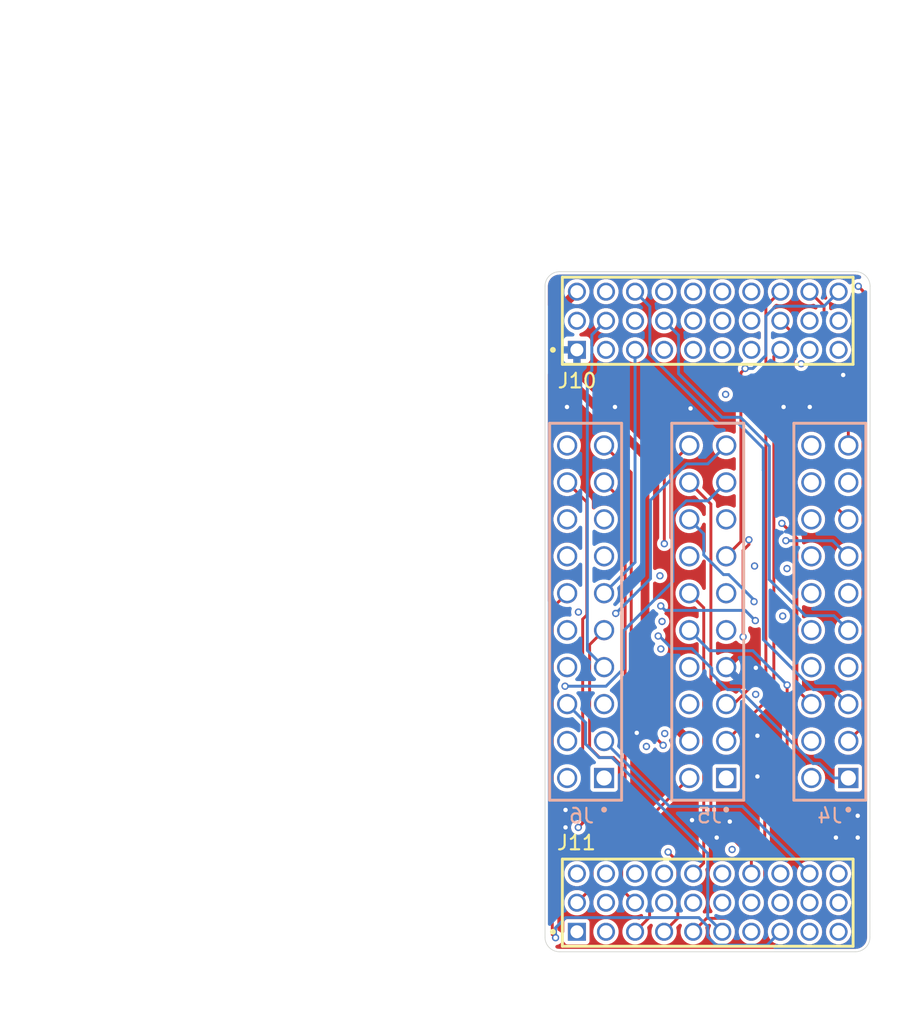
<source format=kicad_pcb>
(kicad_pcb (version 20241229) (generator "pcbnew") (generator_version "9.0")
  (layers (0 "F.Cu" mixed) (4 "In1.Cu" signal) (6 "In2.Cu" signal) (2 "B.Cu" mixed) (13 "F.Paste" user) (15 "B.Paste" user) (5 "F.SilkS" user "F.Silkscreen") (7 "B.SilkS" user "B.Silkscreen") (1 "F.Mask" user) (3 "B.Mask" user) (25 "Edge.Cuts" user))
  (net 0 "")
  (net 1 "+12V")
  (net 2 "GND")
  (net 3 "2")
  (net 4 "4")
  (net 5 "CAN1_L")
  (net 6 "CAN2_L")
  (net 7 "8")
  (net 8 "10")
  (net 9 "12")
  (net 10 "13")
  (net 11 "15")
  (net 12 "CAN1_H")
  (net 13 "CAN2_H")
  (net 14 "18")
  (net 15 "20")
  (net 16 "6")
  (net 17 "7")
  (net 18 "19")
  (net 19 "11")
  (net 20 "14")
  (net 21 "17")
  (net 22 "1")
  (net 23 "9")
  (net 24 "16")
  (net 25 "30")
  (net 26 "40")
  (net 27 "25")
  (net 28 "23")
  (net 29 "38")
  (net 30 "26")
  (net 31 "35")
  (net 32 "34")
  (net 33 "39")
  (net 34 "36")
  (net 35 "31")
  (net 36 "22")
  (net 37 "28")
  (net 38 "37")
  (net 39 "33")
  (net 40 "29")
  (net 41 "21")
  (net 42 "27")
  (net 43 "49")
  (net 44 "53")
  (net 45 "59")
  (net 46 "48")
  (net 47 "47")
  (net 48 "56")
  (net 49 "52")
  (net 50 "57")
  (net 51 "41")
  (net 52 "58")
  (net 53 "45")
  (net 54 "54")
  (net 55 "60")
  (net 56 "55")
  (net 57 "51")
  (net 58 "50")
  (net 59 "43")
  (net 60 "42")
  (footprint "PSA:SAMTEC_TW-10-X-X-T-X-X" (layer "F.Cu") (at 126.682 104.174)
    (property "Reference" "J10" (at 0.018 2.126 0) (layer "F.SilkS"))
    (property "Value" "B2B_1")
    (fp_line (start -1 0.995) (end -1 -4.995) (stroke (width 0.2)) (layer "F.SilkS"))
    (fp_line (start 19 -4.995) (end -1 -4.995) (stroke (width 0.2)) (layer "F.SilkS"))
    (fp_line (start 19 -4.995) (end 19 0.995) (stroke (width 0.2)) (layer "F.SilkS"))
    (fp_line (start 19 0.995) (end -1 0.995) (stroke (width 0.2)) (layer "F.SilkS"))
    (fp_circle (center -1.65 0) (end -1.55 0) (stroke (width 0.2)) (fill no) (layer "F.SilkS"))
    (pad "1" thru_hole rect (at 0 0) (size 1.24 1.24) (drill 0.89) (layers "*.Cu" "*.Mask") (net 2 "GND"))
    (pad "2" thru_hole circle (at 0 -2) (size 1.24 1.24) (drill 0.89) (layers "*.Cu" "*.Mask") (net 9 "12"))
    (pad "3" thru_hole circle (at 0 -4) (size 1.24 1.24) (drill 0.89) (layers "*.Cu" "*.Mask") (net 1 "+12V"))
    (pad "4" thru_hole circle (at 2 0) (size 1.24 1.24) (drill 0.89) (layers "*.Cu" "*.Mask") (net 10 "13"))
    (pad "5" thru_hole circle (at 2 -2) (size 1.24 1.24) (drill 0.89) (layers "*.Cu" "*.Mask") (net 5 "CAN1_L"))
    (pad "6" thru_hole circle (at 2 -4) (size 1.24 1.24) (drill 0.89) (layers "*.Cu" "*.Mask") (net 20 "14"))
    (pad "7" thru_hole circle (at 4 0) (size 1.24 1.24) (drill 0.89) (layers "*.Cu" "*.Mask") (net 12 "CAN1_H"))
    (pad "8" thru_hole circle (at 4 -2) (size 1.24 1.24) (drill 0.89) (layers "*.Cu" "*.Mask") (net 11 "15"))
    (pad "9" thru_hole circle (at 4 -4) (size 1.24 1.24) (drill 0.89) (layers "*.Cu" "*.Mask") (net 6 "CAN2_L"))
    (pad "10" thru_hole circle (at 6 0) (size 1.24 1.24) (drill 0.89) (layers "*.Cu" "*.Mask") (net 24 "16"))
    (pad "11" thru_hole circle (at 6 -2) (size 1.24 1.24) (drill 0.89) (layers "*.Cu" "*.Mask") (net 13 "CAN2_H"))
    (pad "12" thru_hole circle (at 6 -4) (size 1.24 1.24) (drill 0.89) (layers "*.Cu" "*.Mask") (net 21 "17"))
    (pad "13" thru_hole circle (at 8 0) (size 1.24 1.24) (drill 0.89) (layers "*.Cu" "*.Mask") (net 22 "1"))
    (pad "14" thru_hole circle (at 8 -2) (size 1.24 1.24) (drill 0.89) (layers "*.Cu" "*.Mask") (net 14 "18"))
    (pad "15" thru_hole circle (at 8 -4) (size 1.24 1.24) (drill 0.89) (layers "*.Cu" "*.Mask") (net 3 "2"))
    (pad "16" thru_hole circle (at 10 0) (size 1.24 1.24) (drill 0.89) (layers "*.Cu" "*.Mask") (net 18 "19"))
    (pad "17" thru_hole circle (at 10 -2) (size 1.24 1.24) (drill 0.89) (layers "*.Cu" "*.Mask") (net 4 "4"))
    (pad "18" thru_hole circle (at 10 -4) (size 1.24 1.24) (drill 0.89) (layers "*.Cu" "*.Mask") (net 15 "20"))
    (pad "19" thru_hole circle (at 12 0) (size 1.24 1.24) (drill 0.89) (layers "*.Cu" "*.Mask") (net 16 "6"))
    (pad "20" thru_hole circle (at 12 -2) (size 1.24 1.24) (drill 0.89) (layers "*.Cu" "*.Mask") (net 41 "21"))
    (pad "21" thru_hole circle (at 12 -4) (size 1.24 1.24) (drill 0.89) (layers "*.Cu" "*.Mask") (net 17 "7"))
    (pad "22" thru_hole circle (at 14 0) (size 1.24 1.24) (drill 0.89) (layers "*.Cu" "*.Mask") (net 36 "22"))
    (pad "23" thru_hole circle (at 14 -2) (size 1.24 1.24) (drill 0.89) (layers "*.Cu" "*.Mask") (net 7 "8"))
    (pad "24" thru_hole circle (at 14 -4) (size 1.24 1.24) (drill 0.89) (layers "*.Cu" "*.Mask") (net 28 "23"))
    (pad "25" thru_hole circle (at 16 0) (size 1.24 1.24) (drill 0.89) (layers "*.Cu" "*.Mask") (net 23 "9"))
    (pad "26" thru_hole circle (at 16 -2) (size 1.24 1.24) (drill 0.89) (layers "*.Cu" "*.Mask") (net 27 "25"))
    (pad "27" thru_hole circle (at 16 -4) (size 1.24 1.24) (drill 0.89) (layers "*.Cu" "*.Mask") (net 8 "10"))
    (pad "28" thru_hole circle (at 18 0) (size 1.24 1.24) (drill 0.89) (layers "*.Cu" "*.Mask") (net 30 "26"))
    (pad "29" thru_hole circle (at 18 -2) (size 1.24 1.24) (drill 0.89) (layers "*.Cu" "*.Mask") (net 19 "11"))
    (pad "30" thru_hole circle (at 18 -4) (size 1.24 1.24) (drill 0.89) (layers "*.Cu" "*.Mask") (net 42 "27"))
  )
  (footprint "PSA:SAMTEC_TW-10-X-X-T-X-X" (layer "F.Cu") (at 126.682 144.174)
    (property "Reference" "J11" (at -0.032 -6.124 0) (layer "F.SilkS"))
    (property "Value" "B2B_2")
    (fp_line (start -1 0.995) (end -1 -4.995) (stroke (width 0.2)) (layer "F.SilkS"))
    (fp_line (start 19 -4.995) (end -1 -4.995) (stroke (width 0.2)) (layer "F.SilkS"))
    (fp_line (start 19 -4.995) (end 19 0.995) (stroke (width 0.2)) (layer "F.SilkS"))
    (fp_line (start 19 0.995) (end -1 0.995) (stroke (width 0.2)) (layer "F.SilkS"))
    (fp_circle (center -1.65 0) (end -1.55 0) (stroke (width 0.2)) (fill no) (layer "F.SilkS"))
    (pad "1" thru_hole rect (at 0 0) (size 1.24 1.24) (drill 0.89) (layers "*.Cu" "*.Mask") (net 37 "28"))
    (pad "2" thru_hole circle (at 0 -2) (size 1.24 1.24) (drill 0.89) (layers "*.Cu" "*.Mask") (net 53 "45"))
    (pad "3" thru_hole circle (at 0 -4) (size 1.24 1.24) (drill 0.89) (layers "*.Cu" "*.Mask") (net 40 "29"))
    (pad "4" thru_hole circle (at 2 0) (size 1.24 1.24) (drill 0.89) (layers "*.Cu" "*.Mask") (net 47 "47"))
    (pad "5" thru_hole circle (at 2 -2) (size 1.24 1.24) (drill 0.89) (layers "*.Cu" "*.Mask") (net 25 "30"))
    (pad "6" thru_hole circle (at 2 -4) (size 1.24 1.24) (drill 0.89) (layers "*.Cu" "*.Mask") (net 46 "48"))
    (pad "7" thru_hole circle (at 4 0) (size 1.24 1.24) (drill 0.89) (layers "*.Cu" "*.Mask") (net 35 "31"))
    (pad "8" thru_hole circle (at 4 -2) (size 1.24 1.24) (drill 0.89) (layers "*.Cu" "*.Mask") (net 43 "49"))
    (pad "9" thru_hole circle (at 4 -4) (size 1.24 1.24) (drill 0.89) (layers "*.Cu" "*.Mask") (net 39 "33"))
    (pad "10" thru_hole circle (at 6 0) (size 1.24 1.24) (drill 0.89) (layers "*.Cu" "*.Mask") (net 58 "50"))
    (pad "11" thru_hole circle (at 6 -2) (size 1.24 1.24) (drill 0.89) (layers "*.Cu" "*.Mask") (net 32 "34"))
    (pad "12" thru_hole circle (at 6 -4) (size 1.24 1.24) (drill 0.89) (layers "*.Cu" "*.Mask") (net 57 "51"))
    (pad "13" thru_hole circle (at 8 0) (size 1.24 1.24) (drill 0.89) (layers "*.Cu" "*.Mask") (net 31 "35"))
    (pad "14" thru_hole circle (at 8 -2) (size 1.24 1.24) (drill 0.89) (layers "*.Cu" "*.Mask") (net 49 "52"))
    (pad "15" thru_hole circle (at 8 -4) (size 1.24 1.24) (drill 0.89) (layers "*.Cu" "*.Mask") (net 34 "36"))
    (pad "16" thru_hole circle (at 10 0) (size 1.24 1.24) (drill 0.89) (layers "*.Cu" "*.Mask") (net 44 "53"))
    (pad "17" thru_hole circle (at 10 -2) (size 1.24 1.24) (drill 0.89) (layers "*.Cu" "*.Mask") (net 38 "37"))
    (pad "18" thru_hole circle (at 10 -4) (size 1.24 1.24) (drill 0.89) (layers "*.Cu" "*.Mask") (net 54 "54"))
    (pad "19" thru_hole circle (at 12 0) (size 1.24 1.24) (drill 0.89) (layers "*.Cu" "*.Mask") (net 29 "38"))
    (pad "20" thru_hole circle (at 12 -2) (size 1.24 1.24) (drill 0.89) (layers "*.Cu" "*.Mask") (net 56 "55"))
    (pad "21" thru_hole circle (at 12 -4) (size 1.24 1.24) (drill 0.89) (layers "*.Cu" "*.Mask") (net 33 "39"))
    (pad "22" thru_hole circle (at 14 0) (size 1.24 1.24) (drill 0.89) (layers "*.Cu" "*.Mask") (net 48 "56"))
    (pad "23" thru_hole circle (at 14 -2) (size 1.24 1.24) (drill 0.89) (layers "*.Cu" "*.Mask") (net 26 "40"))
    (pad "24" thru_hole circle (at 14 -4) (size 1.24 1.24) (drill 0.89) (layers "*.Cu" "*.Mask") (net 50 "57"))
    (pad "25" thru_hole circle (at 16 0) (size 1.24 1.24) (drill 0.89) (layers "*.Cu" "*.Mask") (net 51 "41"))
    (pad "26" thru_hole circle (at 16 -2) (size 1.24 1.24) (drill 0.89) (layers "*.Cu" "*.Mask") (net 52 "58"))
    (pad "27" thru_hole circle (at 16 -4) (size 1.24 1.24) (drill 0.89) (layers "*.Cu" "*.Mask") (net 60 "42"))
    (pad "28" thru_hole circle (at 18 0) (size 1.24 1.24) (drill 0.89) (layers "*.Cu" "*.Mask") (net 45 "59"))
    (pad "29" thru_hole circle (at 18 -2) (size 1.24 1.24) (drill 0.89) (layers "*.Cu" "*.Mask") (net 59 "43"))
    (pad "30" thru_hole circle (at 18 -4) (size 1.24 1.24) (drill 0.89) (layers "*.Cu" "*.Mask") (net 55 "60"))
  )
  (footprint "PSA:ESW-110-44-F-D" (layer "B.Cu") (at 127.282 122.174 -90)
    (property "Reference" "J6" (at 14.026 0.282 180) (layer "B.SilkS") (effects (justify mirror)))
    (property "Value" "to_car_3")
    (fp_line (start 12.955 2.475) (end -12.955 2.475) (stroke (width 0.2)) (layer "B.SilkS"))
    (fp_line (start 12.955 2.475) (end 12.955 -2.475) (stroke (width 0.2)) (layer "B.SilkS"))
    (fp_line (start -12.955 -2.475) (end -12.955 2.475) (stroke (width 0.2)) (layer "B.SilkS"))
    (fp_line (start 12.955 -2.475) (end -12.955 -2.475) (stroke (width 0.2)) (layer "B.SilkS"))
    (fp_circle (center 13.605 -1.27) (end 13.705 -1.27) (stroke (width 0.2)) (fill no) (layer "B.SilkS"))
    (pad "1" thru_hole rect (at 11.43 -1.27 270) (size 1.39 1.39) (drill 1.04) (layers "*.Cu" "*.Mask") (net 51 "41"))
    (pad "2" thru_hole circle (at 8.89 -1.27 270) (size 1.39 1.39) (drill 1.04) (layers "*.Cu" "*.Mask") (net 60 "42"))
    (pad "3" thru_hole circle (at 6.35 -1.27 270) (size 1.39 1.39) (drill 1.04) (layers "*.Cu" "*.Mask") (net 59 "43"))
    (pad "4" thru_hole circle (at 3.81 -1.27 270) (size 1.39 1.39) (drill 1.04) (layers "*.Cu" "*.Mask") (net 5 "CAN1_L"))
    (pad "5" thru_hole circle (at 1.27 -1.27 270) (size 1.39 1.39) (drill 1.04) (layers "*.Cu" "*.Mask") (net 53 "45"))
    (pad "6" thru_hole circle (at -1.27 -1.27 270) (size 1.39 1.39) (drill 1.04) (layers "*.Cu" "*.Mask") (net 12 "CAN1_H"))
    (pad "7" thru_hole circle (at -3.81 -1.27 270) (size 1.39 1.39) (drill 1.04) (layers "*.Cu" "*.Mask") (net 47 "47"))
    (pad "8" thru_hole circle (at -6.35 -1.27 270) (size 1.39 1.39) (drill 1.04) (layers "*.Cu" "*.Mask") (net 46 "48"))
    (pad "9" thru_hole circle (at -8.89 -1.27 270) (size 1.39 1.39) (drill 1.04) (layers "*.Cu" "*.Mask") (net 43 "49"))
    (pad "10" thru_hole circle (at -11.43 -1.27 270) (size 1.39 1.39) (drill 1.04) (layers "*.Cu" "*.Mask") (net 58 "50"))
    (pad "11" thru_hole circle (at 11.43 1.27 270) (size 1.39 1.39) (drill 1.04) (layers "*.Cu" "*.Mask") (net 57 "51"))
    (pad "12" thru_hole circle (at 8.89 1.27 270) (size 1.39 1.39) (drill 1.04) (layers "*.Cu" "*.Mask") (net 49 "52"))
    (pad "13" thru_hole circle (at 6.35 1.27 270) (size 1.39 1.39) (drill 1.04) (layers "*.Cu" "*.Mask") (net 44 "53"))
    (pad "14" thru_hole circle (at 3.81 1.27 270) (size 1.39 1.39) (drill 1.04) (layers "*.Cu" "*.Mask") (net 54 "54"))
    (pad "15" thru_hole circle (at 1.27 1.27 270) (size 1.39 1.39) (drill 1.04) (layers "*.Cu" "*.Mask") (net 56 "55"))
    (pad "16" thru_hole circle (at -1.27 1.27 270) (size 1.39 1.39) (drill 1.04) (layers "*.Cu" "*.Mask") (net 48 "56"))
    (pad "17" thru_hole circle (at -3.81 1.27 270) (size 1.39 1.39) (drill 1.04) (layers "*.Cu" "*.Mask") (net 50 "57"))
    (pad "18" thru_hole circle (at -6.35 1.27 270) (size 1.39 1.39) (drill 1.04) (layers "*.Cu" "*.Mask") (net 52 "58"))
    (pad "19" thru_hole circle (at -8.89 1.27 270) (size 1.39 1.39) (drill 1.04) (layers "*.Cu" "*.Mask") (net 45 "59"))
    (pad "20" thru_hole circle (at -11.43 1.27 270) (size 1.39 1.39) (drill 1.04) (layers "*.Cu" "*.Mask") (net 55 "60"))
  )
  (footprint "PSA:ESW-110-44-F-D" (layer "B.Cu") (at 144.082 122.174 -90)
    (property "Reference" "J4" (at 14.026 0 180) (layer "B.SilkS") (effects (justify mirror)))
    (property "Value" "to_car_1")
    (fp_line (start 12.955 2.475) (end -12.955 2.475) (stroke (width 0.2)) (layer "B.SilkS"))
    (fp_line (start 12.955 2.475) (end 12.955 -2.475) (stroke (width 0.2)) (layer "B.SilkS"))
    (fp_line (start -12.955 -2.475) (end -12.955 2.475) (stroke (width 0.2)) (layer "B.SilkS"))
    (fp_line (start 12.955 -2.475) (end -12.955 -2.475) (stroke (width 0.2)) (layer "B.SilkS"))
    (fp_circle (center 13.605 -1.27) (end 13.705 -1.27) (stroke (width 0.2)) (fill no) (layer "B.SilkS"))
    (pad "1" thru_hole rect (at 11.43 -1.27 270) (size 1.39 1.39) (drill 1.04) (layers "*.Cu" "*.Mask") (net 22 "1"))
    (pad "2" thru_hole circle (at 8.89 -1.27 270) (size 1.39 1.39) (drill 1.04) (layers "*.Cu" "*.Mask") (net 3 "2"))
    (pad "3" thru_hole circle (at 6.35 -1.27 270) (size 1.39 1.39) (drill 1.04) (layers "*.Cu" "*.Mask") (net 6 "CAN2_L"))
    (pad "4" thru_hole circle (at 3.81 -1.27 270) (size 1.39 1.39) (drill 1.04) (layers "*.Cu" "*.Mask") (net 4 "4"))
    (pad "5" thru_hole circle (at 1.27 -1.27 270) (size 1.39 1.39) (drill 1.04) (layers "*.Cu" "*.Mask") (net 13 "CAN2_H"))
    (pad "6" thru_hole circle (at -1.27 -1.27 270) (size 1.39 1.39) (drill 1.04) (layers "*.Cu" "*.Mask") (net 16 "6"))
    (pad "7" thru_hole circle (at -3.81 -1.27 270) (size 1.39 1.39) (drill 1.04) (layers "*.Cu" "*.Mask") (net 17 "7"))
    (pad "8" thru_hole circle (at -6.35 -1.27 270) (size 1.39 1.39) (drill 1.04) (layers "*.Cu" "*.Mask") (net 7 "8"))
    (pad "9" thru_hole circle (at -8.89 -1.27 270) (size 1.39 1.39) (drill 1.04) (layers "*.Cu" "*.Mask") (net 23 "9"))
    (pad "10" thru_hole circle (at -11.43 -1.27 270) (size 1.39 1.39) (drill 1.04) (layers "*.Cu" "*.Mask") (net 8 "10"))
    (pad "11" thru_hole circle (at 11.43 1.27 270) (size 1.39 1.39) (drill 1.04) (layers "*.Cu" "*.Mask") (net 19 "11"))
    (pad "12" thru_hole circle (at 8.89 1.27 270) (size 1.39 1.39) (drill 1.04) (layers "*.Cu" "*.Mask") (net 9 "12"))
    (pad "13" thru_hole circle (at 6.35 1.27 270) (size 1.39 1.39) (drill 1.04) (layers "*.Cu" "*.Mask") (net 10 "13"))
    (pad "14" thru_hole circle (at 3.81 1.27 270) (size 1.39 1.39) (drill 1.04) (layers "*.Cu" "*.Mask") (net 20 "14"))
    (pad "15" thru_hole circle (at 1.27 1.27 270) (size 1.39 1.39) (drill 1.04) (layers "*.Cu" "*.Mask") (net 11 "15"))
    (pad "16" thru_hole circle (at -1.27 1.27 270) (size 1.39 1.39) (drill 1.04) (layers "*.Cu" "*.Mask") (net 24 "16"))
    (pad "17" thru_hole circle (at -3.81 1.27 270) (size 1.39 1.39) (drill 1.04) (layers "*.Cu" "*.Mask") (net 21 "17"))
    (pad "18" thru_hole circle (at -6.35 1.27 270) (size 1.39 1.39) (drill 1.04) (layers "*.Cu" "*.Mask") (net 14 "18"))
    (pad "19" thru_hole circle (at -8.89 1.27 270) (size 1.39 1.39) (drill 1.04) (layers "*.Cu" "*.Mask") (net 18 "19"))
    (pad "20" thru_hole circle (at -11.43 1.27 270) (size 1.39 1.39) (drill 1.04) (layers "*.Cu" "*.Mask") (net 15 "20"))
  )
  (footprint "PSA:ESW-110-44-F-D" (layer "B.Cu") (at 135.682 122.174 -90)
    (property "Reference" "J5" (at 14.026 -0.118 180) (layer "B.SilkS") (effects (justify mirror)))
    (property "Value" "to_car_2")
    (fp_line (start 12.955 2.475) (end -12.955 2.475) (stroke (width 0.2)) (layer "B.SilkS"))
    (fp_line (start 12.955 2.475) (end 12.955 -2.475) (stroke (width 0.2)) (layer "B.SilkS"))
    (fp_line (start -12.955 -2.475) (end -12.955 2.475) (stroke (width 0.2)) (layer "B.SilkS"))
    (fp_line (start 12.955 -2.475) (end -12.955 -2.475) (stroke (width 0.2)) (layer "B.SilkS"))
    (fp_circle (center 13.605 -1.27) (end 13.705 -1.27) (stroke (width 0.2)) (fill no) (layer "B.SilkS"))
    (pad "1" thru_hole rect (at 11.43 -1.27 270) (size 1.39 1.39) (drill 1.04) (layers "*.Cu" "*.Mask") (net 41 "21"))
    (pad "2" thru_hole circle (at 8.89 -1.27 270) (size 1.39 1.39) (drill 1.04) (layers "*.Cu" "*.Mask") (net 36 "22"))
    (pad "3" thru_hole circle (at 6.35 -1.27 270) (size 1.39 1.39) (drill 1.04) (layers "*.Cu" "*.Mask") (net 28 "23"))
    (pad "4" thru_hole circle (at 3.81 -1.27 270) (size 1.39 1.39) (drill 1.04) (layers "*.Cu" "*.Mask") (net 2 "GND"))
    (pad "5" thru_hole circle (at 1.27 -1.27 270) (size 1.39 1.39) (drill 1.04) (layers "*.Cu" "*.Mask") (net 27 "25"))
    (pad "6" thru_hole circle (at -1.27 -1.27 270) (size 1.39 1.39) (drill 1.04) (layers "*.Cu" "*.Mask") (net 30 "26"))
    (pad "7" thru_hole circle (at -3.81 -1.27 270) (size 1.39 1.39) (drill 1.04) (layers "*.Cu" "*.Mask") (net 42 "27"))
    (pad "8" thru_hole circle (at -6.35 -1.27 270) (size 1.39 1.39) (drill 1.04) (layers "*.Cu" "*.Mask") (net 37 "28"))
    (pad "9" thru_hole circle (at -8.89 -1.27 270) (size 1.39 1.39) (drill 1.04) (layers "*.Cu" "*.Mask") (net 40 "29"))
    (pad "10" thru_hole circle (at -11.43 -1.27 270) (size 1.39 1.39) (drill 1.04) (layers "*.Cu" "*.Mask") (net 25 "30"))
    (pad "11" thru_hole circle (at 11.43 1.27 270) (size 1.39 1.39) (drill 1.04) (layers "*.Cu" "*.Mask") (net 35 "31"))
    (pad "12" thru_hole circle (at 8.89 1.27 270) (size 1.39 1.39) (drill 1.04) (layers "*.Cu" "*.Mask") (net 1 "+12V"))
    (pad "13" thru_hole circle (at 6.35 1.27 270) (size 1.39 1.39) (drill 1.04) (layers "*.Cu" "*.Mask") (net 39 "33"))
    (pad "14" thru_hole circle (at 3.81 1.27 270) (size 1.39 1.39) (drill 1.04) (layers "*.Cu" "*.Mask") (net 32 "34"))
    (pad "15" thru_hole circle (at 1.27 1.27 270) (size 1.39 1.39) (drill 1.04) (layers "*.Cu" "*.Mask") (net 31 "35"))
    (pad "16" thru_hole circle (at -1.27 1.27 270) (size 1.39 1.39) (drill 1.04) (layers "*.Cu" "*.Mask") (net 34 "36"))
    (pad "17" thru_hole circle (at -3.81 1.27 270) (size 1.39 1.39) (drill 1.04) (layers "*.Cu" "*.Mask") (net 38 "37"))
    (pad "18" thru_hole circle (at -6.35 1.27 270) (size 1.39 1.39) (drill 1.04) (layers "*.Cu" "*.Mask") (net 29 "38"))
    (pad "19" thru_hole circle (at -8.89 1.27 270) (size 1.39 1.39) (drill 1.04) (layers "*.Cu" "*.Mask") (net 33 "39"))
    (pad "20" thru_hole circle (at -11.43 1.27 270) (size 1.39 1.39) (drill 1.04) (layers "*.Cu" "*.Mask") (net 26 "40"))
  )
  (gr_arc (start 146.84 144.55) (mid 146.547107 145.257107) (end 145.84 145.55) (stroke (width 0.05)) (layer "Edge.Cuts"))
  (gr_arc (start 124.488 99.8) (mid 124.780893 99.092893) (end 125.488 98.8) (stroke (width 0.05)) (layer "Edge.Cuts"))
  (gr_line (start 146.849781 99.800219) (end 146.84 144.55) (stroke (width 0.05)) (layer "Edge.Cuts"))
  (gr_arc (start 125.488 145.55) (mid 124.780893 145.257107) (end 124.488 144.55) (stroke (width 0.05)) (layer "Edge.Cuts"))
  (gr_line (start 125.488 98.8) (end 145.849781 98.8) (stroke (width 0.05)) (layer "Edge.Cuts"))
  (gr_line (start 145.84 145.55) (end 125.488 145.55) (stroke (width 0.05)) (layer "Edge.Cuts"))
  (gr_line (start 124.488 144.55) (end 124.488 99.8) (stroke (width 0.05)) (layer "Edge.Cuts"))
  (gr_arc (start 145.849781 98.8) (mid 146.556965 99.092971) (end 146.849781 99.800219) (stroke (width 0.05)) (layer "Edge.Cuts"))
  (segment (start 131.37 111.47) (end 131.37 128.022) (width 0.6) (layer "F.Cu") (net 1))
  (segment (start 125.23 105.33) (end 131.37 111.47) (width 0.6) (layer "F.Cu") (net 1))
  (segment (start 131.37 128.022) (end 134.412 131.064) (width 0.6) (layer "F.Cu") (net 1))
  (segment (start 126.682 100.174) (end 125.23 101.626) (width 0.6) (layer "F.Cu") (net 1))
  (segment (start 125.23 101.626) (end 125.23 105.33) (width 0.6) (layer "F.Cu") (net 1))
  (via (at 145 105.9) (size 0.5) (drill 0.3) (layers "F.Cu" "B.Cu") (net 2))
  (via (at 125.9 135.8) (size 0.5) (drill 0.3) (layers "F.Cu" "B.Cu") (net 2))
  (via (at 134.6 136.5) (size 0.5) (drill 0.3) (layers "F.Cu" "B.Cu") (net 2))
  (via (at 139.1 130.7) (size 0.5) (drill 0.3) (layers "F.Cu" "B.Cu") (net 2))
  (via (at 138.99 126.03) (size 0.5) (drill 0.3) (layers "F.Cu" "B.Cu") (net 2))
  (via (at 126 108.1) (size 0.5) (drill 0.3) (layers "F.Cu" "B.Cu") (net 2))
  (via (at 125.9 137) (size 0.5) (drill 0.3) (layers "F.Cu" "B.Cu") (net 2))
  (via (at 136.3 137.7) (size 0.5) (drill 0.3) (layers "F.Cu" "B.Cu") (net 2))
  (via (at 146 136.2) (size 0.5) (drill 0.3) (layers "F.Cu" "B.Cu") (net 2))
  (via (at 146 137.7) (size 0.5) (drill 0.3) (layers "F.Cu" "B.Cu") (net 2))
  (via (at 140.9 108.1) (size 0.5) (drill 0.3) (layers "F.Cu" "B.Cu") (net 2))
  (via (at 130.8 130.5) (size 0.5) (drill 0.3) (layers "F.Cu" "B.Cu") (net 2))
  (via (at 134.5 108.2) (size 0.5) (drill 0.3) (layers "F.Cu" "B.Cu") (net 2))
  (via (at 129.3 108.1) (size 0.5) (drill 0.3) (layers "F.Cu" "B.Cu") (net 2))
  (via (at 142.7 108.1) (size 0.5) (drill 0.3) (layers "F.Cu" "B.Cu") (net 2))
  (via (at 139.1 133.5) (size 0.5) (drill 0.3) (layers "F.Cu" "B.Cu") (net 2))
  (via (at 144.5 137.7) (size 0.5) (drill 0.3) (layers "F.Cu" "B.Cu") (net 2))
  (via (at 137.2 136.6) (size 0.5) (drill 0.3) (layers "F.Cu" "B.Cu") (net 2))
  (segment (start 146.3597 130.0563) (end 146.3597 100.1264) (width 0.2) (layer "F.Cu") (net 3))
  (segment (start 145.352 131.064) (end 146.3597 130.0563) (width 0.2) (layer "F.Cu") (net 3))
  (segment (start 146.3597 100.1264) (end 146.0363 99.803) (width 0.2) (layer "F.Cu") (net 3))
  (via (at 146.0363 99.803) (size 0.5) (drill 0.3) (layers "F.Cu" "B.Cu") (net 3))
  (via (at 142.1098 105.128) (size 0.5) (drill 0.3) (layers "F.Cu" "B.Cu") (net 4))
  (segment (start 127.71 105.59) (end 127.4 105.9) (width 0.2) (layer "B.Cu") (net 5))
  (segment (start 127.4 124.832) (end 128.552 125.984) (width 0.2) (layer "B.Cu") (net 5))
  (segment (start 127.71 103.146) (end 127.71 105.59) (width 0.2) (layer "B.Cu") (net 5))
  (segment (start 127.4 105.9) (end 127.4 124.832) (width 0.2) (layer "B.Cu") (net 5))
  (segment (start 128.682 102.174) (end 127.71 103.146) (width 0.2) (layer "B.Cu") (net 5))
  (segment (start 137.77 109.21) (end 139.501 110.941) (width 0.2) (layer "B.Cu") (net 6))
  (segment (start 136.416 109.21) (end 137.77 109.21) (width 0.2) (layer "B.Cu") (net 6))
  (segment (start 139.501 110.941) (end 139.501 112.451) (width 0.2) (layer "B.Cu") (net 6))
  (segment (start 131.7 104.494) (end 136.416 109.21) (width 0.2) (layer "B.Cu") (net 6))
  (segment (start 144.356 127.528) (end 145.352 128.524) (width 0.2) (layer "B.Cu") (net 6))
  (segment (start 130.682 100.174) (end 131.7 101.192) (width 0.2) (layer "B.Cu") (net 6))
  (segment (start 142.947 127.528) (end 144.356 127.528) (width 0.2) (layer "B.Cu") (net 6))
  (segment (start 139.51 124.091) (end 142.947 127.528) (width 0.2) (layer "B.Cu") (net 6))
  (segment (start 139.51 112.459) (end 139.51 124.091) (width 0.2) (layer "B.Cu") (net 6))
  (segment (start 131.7 101.192) (end 131.7 104.494) (width 0.2) (layer "B.Cu") (net 6))
  (segment (start 139.501 112.451) (end 139.51 112.459) (width 0.2) (layer "B.Cu") (net 6))
  (segment (start 141.682 104.7757) (end 141.5581 104.8996) (width 0.2) (layer "F.Cu") (net 7))
  (segment (start 141.5581 105.4382) (end 144.082 107.9621) (width 0.2) (layer "F.Cu") (net 7))
  (segment (start 141.682 103.174) (end 141.682 104.7757) (width 0.2) (layer "F.Cu") (net 7))
  (segment (start 140.682 102.174) (end 141.682 103.174) (width 0.2) (layer "F.Cu") (net 7))
  (segment (start 144.082 107.9621) (end 144.082 114.554) (width 0.2) (layer "F.Cu") (net 7))
  (segment (start 144.082 114.554) (end 145.352 115.824) (width 0.2) (layer "F.Cu") (net 7))
  (segment (start 141.5581 104.8996) (end 141.5581 105.4382) (width 0.2) (layer "F.Cu") (net 7))
  (segment (start 145.352 107.6059) (end 143.682 105.9359) (width 0.2) (layer "F.Cu") (net 8))
  (segment (start 145.352 110.744) (end 145.352 107.6059) (width 0.2) (layer "F.Cu") (net 8))
  (segment (start 143.682 101.174) (end 142.682 100.174) (width 0.2) (layer "F.Cu") (net 8))
  (segment (start 143.682 105.9359) (end 143.682 101.174) (width 0.2) (layer "F.Cu") (net 8))
  (via (at 132.7251 130.5463) (size 0.5) (drill 0.3) (layers "F.Cu" "B.Cu") (net 9))
  (segment (start 141.8141 117.1309) (end 140.7817 116.0985) (width 0.2) (layer "F.Cu") (net 10))
  (segment (start 141.8141 127.5261) (end 141.8141 117.1309) (width 0.2) (layer "F.Cu") (net 10))
  (segment (start 142.812 128.524) (end 141.8141 127.5261) (width 0.2) (layer "F.Cu") (net 10))
  (via (at 140.7817 116.0985) (size 0.5) (drill 0.3) (layers "F.Cu" "B.Cu") (net 10))
  (via (at 132.5398 122.842) (size 0.5) (drill 0.3) (layers "F.Cu" "B.Cu") (net 11))
  (segment (start 130.682 104.174) (end 130.682 118.774) (width 0.2) (layer "B.Cu") (net 12))
  (segment (start 130.682 118.774) (end 128.552 120.904) (width 0.2) (layer "B.Cu") (net 12))
  (segment (start 136.67 108.81) (end 137.936 108.81) (width 0.2) (layer "B.Cu") (net 13))
  (segment (start 142.399 122.448) (end 144.356 122.448) (width 0.2) (layer "B.Cu") (net 13))
  (segment (start 133.67 105.81) (end 136.67 108.81) (width 0.2) (layer "B.Cu") (net 13))
  (segment (start 139.92 110.794) (end 139.92 119.969) (width 0.2) (layer "B.Cu") (net 13))
  (segment (start 139.92 119.969) (end 142.399 122.448) (width 0.2) (layer "B.Cu") (net 13))
  (segment (start 133.67 103.162) (end 133.67 105.81) (width 0.2) (layer "B.Cu") (net 13))
  (segment (start 137.936 108.81) (end 139.92 110.794) (width 0.2) (layer "B.Cu") (net 13))
  (segment (start 132.682 102.174) (end 133.67 103.162) (width 0.2) (layer "B.Cu") (net 13))
  (segment (start 144.356 122.448) (end 145.352 123.444) (width 0.2) (layer "B.Cu") (net 13))
  (via (at 138.9022 119.0329) (size 0.5) (drill 0.3) (layers "F.Cu" "B.Cu") (net 16))
  (via (at 141.0575 117.2933) (size 0.5) (drill 0.3) (layers "F.Cu" "B.Cu") (net 17))
  (segment (start 141.0575 117.2933) (end 144.2813 117.2933) (width 0.2) (layer "B.Cu") (net 17))
  (segment (start 144.2813 117.2933) (end 145.352 118.364) (width 0.2) (layer "B.Cu") (net 17))
  (via (at 132.4568 124.7318) (size 0.5) (drill 0.3) (layers "F.Cu" "B.Cu") (net 20))
  (via (at 132.2739 123.8453) (size 0.5) (drill 0.3) (layers "F.Cu" "B.Cu") (net 22))
  (segment (start 135.9553 126.0762) (end 134.5877 124.7086) (width 0.2) (layer "B.Cu") (net 22))
  (segment (start 134.5877 124.7086) (end 133.2166 124.7086) (width 0.2) (layer "B.Cu") (net 22))
  (segment (start 132.3533 123.8453) (end 132.2739 123.8453) (width 0.2) (layer "B.Cu") (net 22))
  (segment (start 142.9237 132.6073) (end 137.8437 127.5273) (width 0.2) (layer "B.Cu") (net 22))
  (segment (start 135.9553 126.4391) (end 135.9553 126.0762) (width 0.2) (layer "B.Cu") (net 22))
  (segment (start 133.2166 124.7086) (end 132.3533 123.8453) (width 0.2) (layer "B.Cu") (net 22))
  (segment (start 144.3553 133.604) (end 143.3586 132.6073) (width 0.2) (layer "B.Cu") (net 22))
  (segment (start 143.3586 132.6073) (end 142.9237 132.6073) (width 0.2) (layer "B.Cu") (net 22))
  (segment (start 137.8437 127.5273) (end 137.0435 127.5273) (width 0.2) (layer "B.Cu") (net 22))
  (segment (start 145.352 133.604) (end 144.3553 133.604) (width 0.2) (layer "B.Cu") (net 22))
  (segment (start 137.0435 127.5273) (end 135.9553 126.4391) (width 0.2) (layer "B.Cu") (net 22))
  (via (at 132.3941 119.7045) (size 0.5) (drill 0.3) (layers "F.Cu" "B.Cu") (net 24))
  (via (at 129.3566 122.2894) (size 0.5) (drill 0.3) (layers "F.Cu" "B.Cu") (net 25))
  (segment (start 134.2344 112.014) (end 131.7452 114.5032) (width 0.2) (layer "B.Cu") (net 25))
  (segment (start 131.7452 119.9008) (end 129.3566 122.2894) (width 0.2) (layer "B.Cu") (net 25))
  (segment (start 131.7452 114.5032) (end 131.7452 119.9008) (width 0.2) (layer "B.Cu") (net 25))
  (segment (start 136.952 110.744) (end 135.682 112.014) (width 0.2) (layer "B.Cu") (net 25))
  (segment (start 135.682 112.014) (end 134.2344 112.014) (width 0.2) (layer "B.Cu") (net 25))
  (segment (start 132.6958 112.4602) (end 132.6958 117.4984) (width 0.2) (layer "F.Cu") (net 26))
  (segment (start 138.5147 117.5564) (end 138.1135 117.9576) (width 0.2) (layer "F.Cu") (net 26))
  (segment (start 138.1135 117.9576) (end 138.1135 123.9026) (width 0.2) (layer "F.Cu") (net 26))
  (segment (start 134.412 110.744) (end 132.6958 112.4602) (width 0.2) (layer "F.Cu") (net 26))
  (segment (start 138.5147 117.2302) (end 138.5147 117.5564) (width 0.2) (layer "F.Cu") (net 26))
  (via (at 132.6958 117.4984) (size 0.5) (drill 0.3) (layers "F.Cu" "B.Cu") (net 26))
  (via (at 138.1135 123.9026) (size 0.5) (drill 0.3) (layers "F.Cu" "B.Cu") (net 26))
  (via (at 138.5147 117.2302) (size 0.5) (drill 0.3) (layers "F.Cu" "B.Cu") (net 26))
  (via (at 137.358 138.5199) (size 0.5) (drill 0.3) (layers "F.Cu" "B.Cu") (net 26))
  (segment (start 137.466 128.524) (end 139.6819 126.3081) (width 0.2) (layer "F.Cu") (net 28))
  (segment (start 139.6819 126.3081) (end 139.6819 101.1741) (width 0.2) (layer "F.Cu") (net 28))
  (segment (start 139.6819 101.1741) (end 140.682 100.174) (width 0.2) (layer "F.Cu") (net 28))
  (segment (start 136.952 128.524) (end 137.466 128.524) (width 0.2) (layer "F.Cu") (net 28))
  (via (at 138.8671 121.4819) (size 0.5) (drill 0.3) (layers "F.Cu" "B.Cu") (net 29))
  (segment (start 134.412 115.824) (end 135.4087 116.8207) (width 0.2) (layer "B.Cu") (net 29))
  (segment (start 138.8671 121.3654) (end 138.8671 121.4819) (width 0.2) (layer "B.Cu") (net 29))
  (segment (start 135.4087 118.2716) (end 136.7579 119.6208) (width 0.2) (layer "B.Cu") (net 29))
  (segment (start 137.1225 119.6208) (end 138.8671 121.3654) (width 0.2) (layer "B.Cu") (net 29))
  (segment (start 135.4087 116.8207) (end 135.4087 118.2716) (width 0.2) (layer "B.Cu") (net 29))
  (segment (start 136.7579 119.6208) (end 137.1225 119.6208) (width 0.2) (layer "B.Cu") (net 29))
  (via (at 136.9132 107.2335) (size 0.5) (drill 0.3) (layers "F.Cu" "B.Cu") (net 30))
  (segment (start 137.682 142.5305) (end 137.682 141.828) (width 0.2) (layer "F.Cu") (net 31))
  (segment (start 136.9602 143.2523) (end 137.682 142.5305) (width 0.2) (layer "F.Cu") (net 31))
  (segment (start 134.682 144.174) (end 135.6037 143.2523) (width 0.2) (layer "F.Cu") (net 31))
  (segment (start 135.6037 143.2523) (end 136.9602 143.2523) (width 0.2) (layer "F.Cu") (net 31))
  (segment (start 139.0482 141.174) (end 139.6037 140.6185) (width 0.2) (layer "F.Cu") (net 31))
  (segment (start 138.336 141.174) (end 139.0482 141.174) (width 0.2) (layer "F.Cu") (net 31))
  (segment (start 139.6037 136.1394) (end 141.1428 134.6003) (width 0.2) (layer "F.Cu") (net 31))
  (segment (start 141.1428 134.6003) (end 141.1428 127.2108) (width 0.2) (layer "F.Cu") (net 31))
  (segment (start 137.682 141.828) (end 138.336 141.174) (width 0.2) (layer "F.Cu") (net 31))
  (segment (start 139.6037 140.6185) (end 139.6037 136.1394) (width 0.2) (layer "F.Cu") (net 31))
  (via (at 141.1428 127.2108) (size 0.5) (drill 0.3) (layers "F.Cu" "B.Cu") (net 31))
  (segment (start 141.1428 127.2108) (end 138.7876 124.8556) (width 0.2) (layer "B.Cu") (net 31))
  (segment (start 138.7876 124.8556) (end 135.8236 124.8556) (width 0.2) (layer "B.Cu") (net 31))
  (segment (start 135.8236 124.8556) (end 134.412 123.444) (width 0.2) (layer "B.Cu") (net 31))
  (segment (start 135.9 136.2817) (end 135.9 114.772) (width 0.2) (layer "F.Cu") (net 33))
  (segment (start 138.682 140.174) (end 138.682 139.0637) (width 0.2) (layer "F.Cu") (net 33))
  (segment (start 138.682 139.0637) (end 135.9 136.2817) (width 0.2) (layer "F.Cu") (net 33))
  (segment (start 135.9 114.772) (end 134.412 113.284) (width 0.2) (layer "F.Cu") (net 33))
  (segment (start 134.682 140.174) (end 135.4087 139.4473) (width 0.2) (layer "F.Cu") (net 34))
  (segment (start 135.4087 139.4473) (end 135.4087 121.9007) (width 0.2) (layer "F.Cu") (net 34))
  (segment (start 135.4087 121.9007) (end 134.412 120.904) (width 0.2) (layer "F.Cu") (net 34))
  (segment (start 130.682 144.174) (end 131.682 143.174) (width 0.2) (layer "F.Cu") (net 35))
  (segment (start 131.682 143.174) (end 131.682 136.334) (width 0.2) (layer "F.Cu") (net 35))
  (segment (start 131.682 136.334) (end 134.412 133.604) (width 0.2) (layer "F.Cu") (net 35))
  (segment (start 140.23 104.626) (end 140.23 127.786) (width 0.2) (layer "F.Cu") (net 36))
  (segment (start 140.23 127.786) (end 136.952 131.064) (width 0.2) (layer "F.Cu") (net 36))
  (segment (start 140.682 104.174) (end 140.23 104.626) (width 0.2) (layer "F.Cu") (net 36))
  (via (at 126.7876 122.1975) (size 0.5) (drill 0.3) (layers "F.Cu" "B.Cu") (net 37))
  (via (at 131.4631 131.4359) (size 0.5) (drill 0.3) (layers "F.Cu" "B.Cu") (net 39))
  (via (at 125.8669 127.2933) (size 0.5) (drill 0.3) (layers "F.Cu" "B.Cu") (net 40))
  (segment (start 133.2888 115.4708) (end 134.2056 114.554) (width 0.2) (layer "B.Cu") (net 40))
  (segment (start 129.9068 123.4706) (end 133.2888 120.0886) (width 0.2) (layer "B.Cu") (net 40))
  (segment (start 135.682 114.554) (end 136.952 113.284) (width 0.2) (layer "B.Cu") (net 40))
  (segment (start 134.2056 114.554) (end 135.682 114.554) (width 0.2) (layer "B.Cu") (net 40))
  (segment (start 128.6866 127.2933) (end 129.9068 126.0731) (width 0.2) (layer "B.Cu") (net 40))
  (segment (start 125.8669 127.2933) (end 128.6866 127.2933) (width 0.2) (layer "B.Cu") (net 40))
  (segment (start 133.2888 120.0886) (end 133.2888 115.4708) (width 0.2) (layer "B.Cu") (net 40))
  (segment (start 129.9068 126.0731) (end 129.9068 123.4706) (width 0.2) (layer "B.Cu") (net 40))
  (segment (start 138.2536 105.4532) (end 137.963 105.7438) (width 0.2) (layer "F.Cu") (net 42))
  (segment (start 137.963 105.7438) (end 137.963 117.353) (width 0.2) (layer "F.Cu") (net 42))
  (segment (start 137.963 117.353) (end 136.952 118.364) (width 0.2) (layer "F.Cu") (net 42))
  (via (at 138.2536 105.4532) (size 0.5) (drill 0.3) (layers "F.Cu" "B.Cu") (net 42))
  (segment (start 139.682 101.8441) (end 140.3521 101.174) (width 0.2) (layer "B.Cu") (net 42))
  (segment (start 139.682 104.5563) (end 139.682 101.8441) (width 0.2) (layer "B.Cu") (net 42))
  (segment (start 143.682 101.174) (end 144.682 100.174) (width 0.2) (layer "B.Cu") (net 42))
  (segment (start 140.3521 101.174) (end 143.682 101.174) (width 0.2) (layer "B.Cu") (net 42))
  (segment (start 138.7851 105.4532) (end 139.682 104.5563) (width 0.2) (layer "B.Cu") (net 42))
  (segment (start 138.2536 105.4532) (end 138.7851 105.4532) (width 0.2) (layer "B.Cu") (net 42))
  (segment (start 128.552 113.284) (end 130 114.732) (width 0.2) (layer "F.Cu") (net 43))
  (segment (start 129.7575 141.2495) (end 130.682 142.174) (width 0.2) (layer "F.Cu") (net 43))
  (segment (start 130 138.1844) (end 129.7575 138.4269) (width 0.2) (layer "F.Cu") (net 43))
  (segment (start 129.7575 138.4269) (end 129.7575 141.2495) (width 0.2) (layer "F.Cu") (net 43))
  (segment (start 130 114.732) (end 130 138.1844) (width 0.2) (layer "F.Cu") (net 43))
  (segment (start 128.2081 132.2007) (end 127.282 131.2746) (width 0.2) (layer "B.Cu") (net 44))
  (segment (start 127.282 131.2746) (end 127.282 129.794) (width 0.2) (layer "B.Cu") (net 44))
  (segment (start 127.282 129.794) (end 126.012 128.524) (width 0.2) (layer "B.Cu") (net 44))
  (segment (start 135.682 138.782) (end 129.1007 132.2007) (width 0.2) (layer "B.Cu") (net 44))
  (segment (start 136.682 144.174) (end 135.682 143.174) (width 0.2) (layer "B.Cu") (net 44))
  (segment (start 129.1007 132.2007) (end 128.2081 132.2007) (width 0.2) (layer "B.Cu") (net 44))
  (segment (start 135.682 143.174) (end 135.682 138.782) (width 0.2) (layer "B.Cu") (net 44))
  (segment (start 127.3644 122.4009) (end 127.3644 114.6364) (width 0.2) (layer "F.Cu") (net 45))
  (segment (start 127.0812 136.7012) (end 127.0812 122.6841) (width 0.2) (layer "F.Cu") (net 45))
  (segment (start 127.3644 114.6364) (end 126.012 113.284) (width 0.2) (layer "F.Cu") (net 45))
  (segment (start 126.7797 137.0027) (end 127.0812 136.7012) (width 0.2) (layer "F.Cu") (net 45))
  (segment (start 127.0812 122.6841) (end 127.3644 122.4009) (width 0.2) (layer "F.Cu") (net 45))
  (via (at 126.7797 137.0027) (size 0.5) (drill 0.3) (layers "F.Cu" "B.Cu") (net 45))
  (segment (start 126.012 120.904) (end 124.9895 121.9265) (width 0.2) (layer "F.Cu") (net 48))
  (segment (start 124.9895 144.3572) (end 125.2154 144.5831) (width 0.2) (layer "F.Cu") (net 48))
  (segment (start 124.9895 121.9265) (end 124.9895 144.3572) (width 0.2) (layer "F.Cu") (net 48))
  (via (at 125.2154 144.5831) (size 0.5) (drill 0.3) (layers "F.Cu" "B.Cu") (net 48))
  (segment (start 135.0757 143.2) (end 125.9135 143.2) (width 0.2) (layer "B.Cu") (net 48))
  (segment (start 140.682 144.174) (end 139.7603 145.0957) (width 0.2) (layer "B.Cu") (net 48))
  (segment (start 125.2154 143.8981) (end 125.2154 144.5831) (width 0.2) (layer "B.Cu") (net 48))
  (segment (start 135.6822 144.5132) (end 135.6822 143.8065) (width 0.2) (layer "B.Cu") (net 48))
  (segment (start 136.2647 145.0957) (end 135.6822 144.5132) (width 0.2) (layer "B.Cu") (net 48))
  (segment (start 125.9135 143.2) (end 125.2154 143.8981) (width 0.2) (layer "B.Cu") (net 48))
  (segment (start 139.7603 145.0957) (end 136.2647 145.0957) (width 0.2) (layer "B.Cu") (net 48))
  (segment (start 135.6822 143.8065) (end 135.0757 143.2) (width 0.2) (layer "B.Cu") (net 48))
  (via (at 138.9559 122.785) (size 0.5) (drill 0.3) (layers "F.Cu" "B.Cu") (net 50))
  (via (at 132.4532 121.7778) (size 0.5) (drill 0.3) (layers "F.Cu" "B.Cu") (net 50))
  (segment (start 138.9559 122.785) (end 138.2542 122.0833) (width 0.2) (layer "B.Cu") (net 50))
  (segment (start 138.2542 122.0833) (end 132.7587 122.0833) (width 0.2) (layer "B.Cu") (net 50))
  (segment (start 132.7587 122.0833) (end 132.4532 121.7778) (width 0.2) (layer "B.Cu") (net 50))
  (via (at 140.8385 122.4737) (size 0.5) (drill 0.3) (layers "F.Cu" "B.Cu") (net 52))
  (segment (start 127.5553 131.5082) (end 127.5553 124.4407) (width 0.2) (layer "F.Cu") (net 53))
  (segment (start 129.6 132.6) (end 129.2 132.2) (width 0.2) (layer "F.Cu") (net 53))
  (segment (start 129.2 132.2) (end 128.2471 132.2) (width 0.2) (layer "F.Cu") (net 53))
  (segment (start 127.5553 124.4407) (end 128.552 123.444) (width 0.2) (layer "F.Cu") (net 53))
  (segment (start 128.2471 132.2) (end 127.5553 131.5082) (width 0.2) (layer "F.Cu") (net 53))
  (segment (start 127.7319 141.1241) (end 127.7319 136.5681) (width 0.2) (layer "F.Cu") (net 53))
  (segment (start 129.6 134.7) (end 129.6 132.6) (width 0.2) (layer "F.Cu") (net 53))
  (segment (start 127.7319 136.5681) (end 129.6 134.7) (width 0.2) (layer "F.Cu") (net 53))
  (segment (start 126.682 142.174) (end 127.7319 141.1241) (width 0.2) (layer "F.Cu") (net 53))
  (via (at 141.1361 119.2085) (size 0.5) (drill 0.3) (layers "F.Cu" "B.Cu") (net 55))
  (via (at 138.9808 127.8531) (size 0.5) (drill 0.3) (layers "F.Cu" "B.Cu") (net 56))
  (segment (start 133.6244 143.2316) (end 132.682 144.174) (width 0.2) (layer "F.Cu") (net 58))
  (segment (start 133.6244 139.3611) (end 133.6244 143.2316) (width 0.2) (layer "F.Cu") (net 58))
  (segment (start 128.552 110.744) (end 130.4187 112.6107) (width 0.2) (layer "F.Cu") (net 58))
  (segment (start 130.4187 112.6107) (end 130.4187 129.1582) (width 0.2) (layer "F.Cu") (net 58))
  (segment (start 132.9564 138.6931) (end 133.6244 139.3611) (width 0.2) (layer "F.Cu") (net 58))
  (segment (start 130.4187 129.1582) (end 132.6135 131.353) (width 0.2) (layer "F.Cu") (net 58))
  (via (at 132.9564 138.6931) (size 0.5) (drill 0.3) (layers "F.Cu" "B.Cu") (net 58))
  (via (at 132.6135 131.353) (size 0.5) (drill 0.3) (layers "F.Cu" "B.Cu") (net 58))
  (segment (start 138.0681 135.5601) (end 133.0481 135.5601) (width 0.2) (layer "B.Cu") (net 60))
  (segment (start 142.682 140.174) (end 138.0681 135.5601) (width 0.2) (layer "B.Cu") (net 60))
  (segment (start 133.0481 135.5601) (end 128.552 131.064) (width 0.2) (layer "B.Cu") (net 60))
  (zone (net 2) (net_name "GND") (layers "F.Cu" "B.Cu" "In1.Cu" "In2.Cu") (connect_pads (clearance 0.25)) (min_thickness 0.25) (fill yes (thermal_gap 0.3) (thermal_bridge_width 0.5))
    (polygon (pts (xy 87 89) (xy 87 150.52) (xy 149 150.52) (xy 149 89)))
  )
)
</source>
